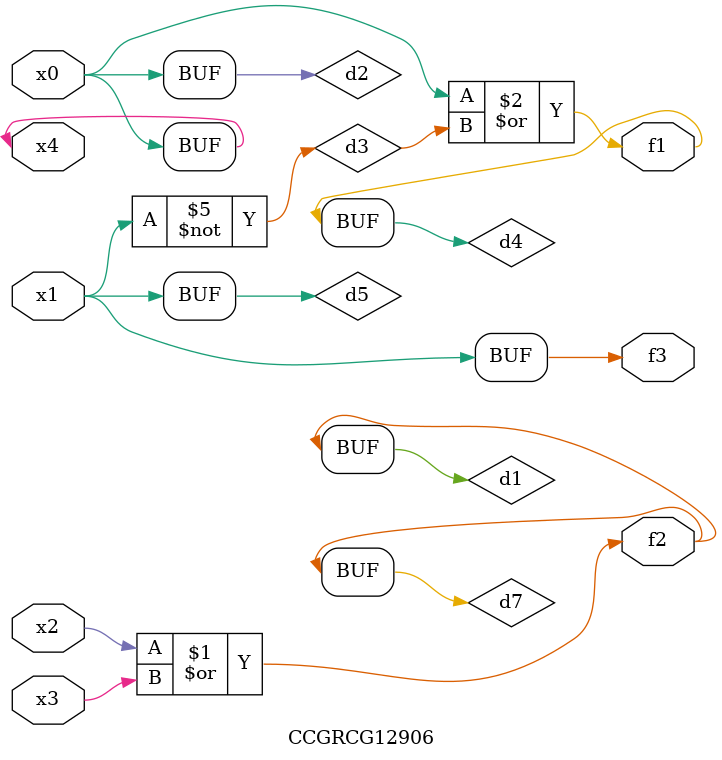
<source format=v>
module CCGRCG12906(
	input x0, x1, x2, x3, x4,
	output f1, f2, f3
);

	wire d1, d2, d3, d4, d5, d6, d7;

	or (d1, x2, x3);
	buf (d2, x0, x4);
	not (d3, x1);
	or (d4, d2, d3);
	not (d5, d3);
	nand (d6, d1, d3);
	or (d7, d1);
	assign f1 = d4;
	assign f2 = d7;
	assign f3 = d5;
endmodule

</source>
